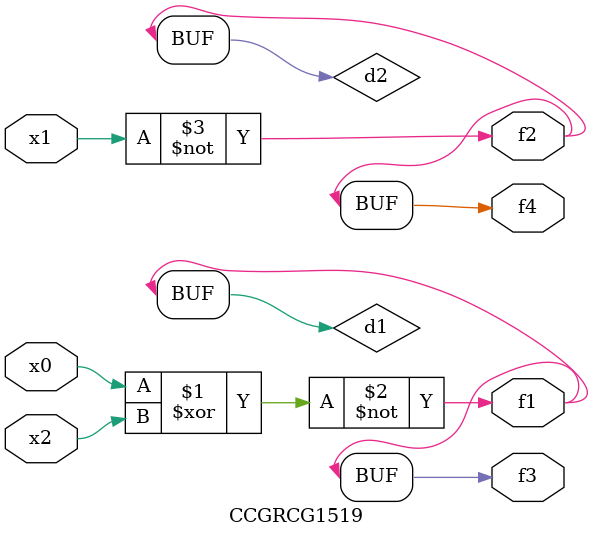
<source format=v>
module CCGRCG1519(
	input x0, x1, x2,
	output f1, f2, f3, f4
);

	wire d1, d2, d3;

	xnor (d1, x0, x2);
	nand (d2, x1);
	nor (d3, x1, x2);
	assign f1 = d1;
	assign f2 = d2;
	assign f3 = d1;
	assign f4 = d2;
endmodule

</source>
